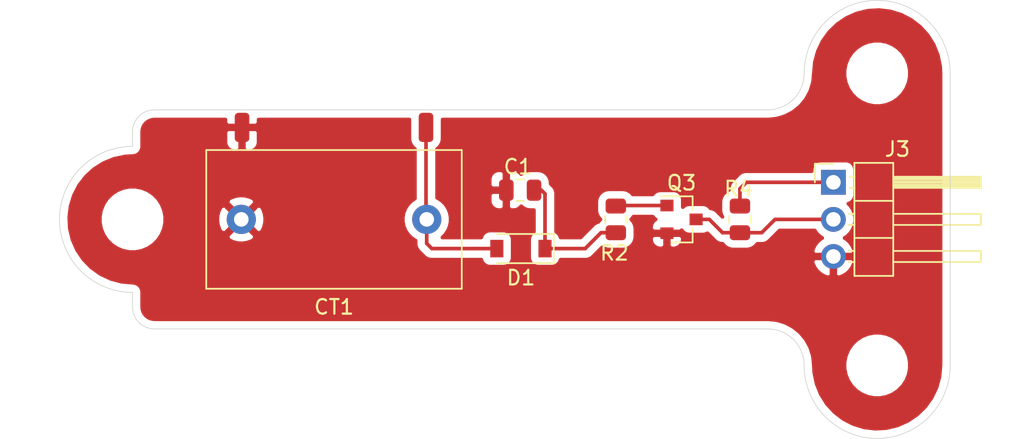
<source format=kicad_pcb>
(kicad_pcb (version 20171130) (host pcbnew 5.1.10-88a1d61d58~90~ubuntu21.04.1)

  (general
    (thickness 1.6)
    (drawings 13)
    (tracks 22)
    (zones 0)
    (modules 12)
    (nets 7)
  )

  (page A4)
  (layers
    (0 F.Cu signal)
    (31 B.Cu signal)
    (32 B.Adhes user)
    (33 F.Adhes user)
    (34 B.Paste user)
    (35 F.Paste user)
    (36 B.SilkS user)
    (37 F.SilkS user)
    (38 B.Mask user)
    (39 F.Mask user)
    (40 Dwgs.User user)
    (41 Cmts.User user)
    (42 Eco1.User user)
    (43 Eco2.User user)
    (44 Edge.Cuts user)
    (45 Margin user)
    (46 B.CrtYd user hide)
    (47 F.CrtYd user hide)
    (48 B.Fab user hide)
    (49 F.Fab user hide)
  )

  (setup
    (last_trace_width 0.25)
    (trace_clearance 0.2)
    (zone_clearance 0.508)
    (zone_45_only no)
    (trace_min 0.2)
    (via_size 0.8)
    (via_drill 0.4)
    (via_min_size 0.4)
    (via_min_drill 0.3)
    (uvia_size 0.3)
    (uvia_drill 0.1)
    (uvias_allowed no)
    (uvia_min_size 0.2)
    (uvia_min_drill 0.1)
    (edge_width 0.05)
    (segment_width 0.2)
    (pcb_text_width 0.3)
    (pcb_text_size 1.5 1.5)
    (mod_edge_width 0.12)
    (mod_text_size 1 1)
    (mod_text_width 0.15)
    (pad_size 1.524 1.524)
    (pad_drill 0.762)
    (pad_to_mask_clearance 0)
    (aux_axis_origin 0 0)
    (visible_elements FFFFFF7F)
    (pcbplotparams
      (layerselection 0x010fc_ffffffff)
      (usegerberextensions false)
      (usegerberattributes true)
      (usegerberadvancedattributes true)
      (creategerberjobfile true)
      (excludeedgelayer true)
      (linewidth 0.100000)
      (plotframeref false)
      (viasonmask false)
      (mode 1)
      (useauxorigin false)
      (hpglpennumber 1)
      (hpglpenspeed 20)
      (hpglpendiameter 15.000000)
      (psnegative false)
      (psa4output false)
      (plotreference true)
      (plotvalue true)
      (plotinvisibletext false)
      (padsonsilk false)
      (subtractmaskfromsilk false)
      (outputformat 1)
      (mirror false)
      (drillshape 0)
      (scaleselection 1)
      (outputdirectory "fab"))
  )

  (net 0 "")
  (net 1 "Net-(C1-Pad1)")
  (net 2 GND)
  (net 3 +5V)
  (net 4 "Net-(CT1-Pad2)")
  (net 5 /Free_Out)
  (net 6 "Net-(Q3-Pad1)")

  (net_class Default "This is the default net class."
    (clearance 0.2)
    (trace_width 0.25)
    (via_dia 0.8)
    (via_drill 0.4)
    (uvia_dia 0.3)
    (uvia_drill 0.1)
    (add_net +5V)
    (add_net /Free_Out)
    (add_net GND)
    (add_net "Net-(C1-Pad1)")
    (add_net "Net-(CT1-Pad2)")
    (add_net "Net-(Q3-Pad1)")
  )

  (net_class DCC ""
    (clearance 1)
    (trace_width 3)
    (via_dia 0.8)
    (via_drill 0.4)
    (uvia_dia 0.3)
    (uvia_drill 0.1)
  )

  (module Connector_Wire:SolderWirePad_1x01_SMD_1x2mm (layer F.Cu) (tedit 5DD6EB27) (tstamp 61044DD2)
    (at 74.1 43.7)
    (descr "Wire Pad, Square, SMD Pad,  5mm x 10mm,")
    (tags "MesurementPoint Square SMDPad 5mmx10mm ")
    (path /6105E0B7)
    (attr virtual)
    (fp_text reference J1 (at 0 -2.54) (layer F.SilkS) hide
      (effects (font (size 1 1) (thickness 0.15)))
    )
    (fp_text value Conn_01x01 (at 0 2.54) (layer F.Fab) hide
      (effects (font (size 1 1) (thickness 0.15)))
    )
    (fp_text user %R (at 0 0) (layer F.Fab)
      (effects (font (size 1 1) (thickness 0.15)))
    )
    (fp_line (start 0.63 -1.27) (end -0.63 -1.27) (layer F.CrtYd) (width 0.05))
    (fp_line (start 0.63 1.27) (end 0.63 -1.27) (layer F.CrtYd) (width 0.05))
    (fp_line (start -0.63 1.27) (end 0.63 1.27) (layer F.CrtYd) (width 0.05))
    (fp_line (start -0.63 -1.27) (end -0.63 1.27) (layer F.CrtYd) (width 0.05))
    (fp_line (start -0.63 -1.27) (end 0.63 -1.27) (layer F.Fab) (width 0.1))
    (fp_line (start 0.63 -1.27) (end 0.63 1.27) (layer F.Fab) (width 0.1))
    (fp_line (start 0.63 1.27) (end -0.63 1.27) (layer F.Fab) (width 0.1))
    (fp_line (start -0.63 1.27) (end -0.63 -1.27) (layer F.Fab) (width 0.1))
    (pad 1 smd roundrect (at 0 0) (size 1 2) (layers F.Cu F.Paste F.Mask) (roundrect_rratio 0.25)
      (net 4 "Net-(CT1-Pad2)"))
  )

  (module Connector_Wire:SolderWirePad_1x01_SMD_1x2mm (layer F.Cu) (tedit 5DD6EB27) (tstamp 61044A69)
    (at 61.5 43.7)
    (descr "Wire Pad, Square, SMD Pad,  5mm x 10mm,")
    (tags "MesurementPoint Square SMDPad 5mmx10mm ")
    (path /6105EA5E)
    (attr virtual)
    (fp_text reference J2 (at 0 -2.54) (layer F.SilkS) hide
      (effects (font (size 1 1) (thickness 0.15)))
    )
    (fp_text value Conn_01x01 (at 0 2.54) (layer F.Fab) hide
      (effects (font (size 1 1) (thickness 0.15)))
    )
    (fp_text user %R (at 0 0) (layer F.Fab)
      (effects (font (size 1 1) (thickness 0.15)))
    )
    (fp_line (start 0.63 -1.27) (end -0.63 -1.27) (layer F.CrtYd) (width 0.05))
    (fp_line (start 0.63 1.27) (end 0.63 -1.27) (layer F.CrtYd) (width 0.05))
    (fp_line (start -0.63 1.27) (end 0.63 1.27) (layer F.CrtYd) (width 0.05))
    (fp_line (start -0.63 -1.27) (end -0.63 1.27) (layer F.CrtYd) (width 0.05))
    (fp_line (start -0.63 -1.27) (end 0.63 -1.27) (layer F.Fab) (width 0.1))
    (fp_line (start 0.63 -1.27) (end 0.63 1.27) (layer F.Fab) (width 0.1))
    (fp_line (start 0.63 1.27) (end -0.63 1.27) (layer F.Fab) (width 0.1))
    (fp_line (start -0.63 1.27) (end -0.63 -1.27) (layer F.Fab) (width 0.1))
    (pad 1 smd roundrect (at 0 0) (size 1 2) (layers F.Cu F.Paste F.Mask) (roundrect_rratio 0.25)
      (net 2 GND))
  )

  (module Resistor_SMD:R_0805_2012Metric (layer F.Cu) (tedit 5F68FEEE) (tstamp 60DB893C)
    (at 95.6 50 270)
    (descr "Resistor SMD 0805 (2012 Metric), square (rectangular) end terminal, IPC_7351 nominal, (Body size source: IPC-SM-782 page 72, https://www.pcb-3d.com/wordpress/wp-content/uploads/ipc-sm-782a_amendment_1_and_2.pdf), generated with kicad-footprint-generator")
    (tags resistor)
    (path /60DF0EA0)
    (attr smd)
    (fp_text reference R4 (at -2.1 0.1 180) (layer F.SilkS)
      (effects (font (size 1 1) (thickness 0.15)))
    )
    (fp_text value 10K (at -2.5 -0.1 180) (layer F.Fab)
      (effects (font (size 1 1) (thickness 0.15)))
    )
    (fp_line (start 1.68 0.95) (end -1.68 0.95) (layer F.CrtYd) (width 0.05))
    (fp_line (start 1.68 -0.95) (end 1.68 0.95) (layer F.CrtYd) (width 0.05))
    (fp_line (start -1.68 -0.95) (end 1.68 -0.95) (layer F.CrtYd) (width 0.05))
    (fp_line (start -1.68 0.95) (end -1.68 -0.95) (layer F.CrtYd) (width 0.05))
    (fp_line (start -0.227064 0.735) (end 0.227064 0.735) (layer F.SilkS) (width 0.12))
    (fp_line (start -0.227064 -0.735) (end 0.227064 -0.735) (layer F.SilkS) (width 0.12))
    (fp_line (start 1 0.625) (end -1 0.625) (layer F.Fab) (width 0.1))
    (fp_line (start 1 -0.625) (end 1 0.625) (layer F.Fab) (width 0.1))
    (fp_line (start -1 -0.625) (end 1 -0.625) (layer F.Fab) (width 0.1))
    (fp_line (start -1 0.625) (end -1 -0.625) (layer F.Fab) (width 0.1))
    (fp_text user %R (at 0 0 90) (layer F.Fab)
      (effects (font (size 0.5 0.5) (thickness 0.08)))
    )
    (pad 2 smd roundrect (at 0.9125 0 270) (size 1.025 1.4) (layers F.Cu F.Paste F.Mask) (roundrect_rratio 0.2439004878048781)
      (net 5 /Free_Out))
    (pad 1 smd roundrect (at -0.9125 0 270) (size 1.025 1.4) (layers F.Cu F.Paste F.Mask) (roundrect_rratio 0.2439004878048781)
      (net 3 +5V))
    (model ${KISYS3DMOD}/Resistor_SMD.3dshapes/R_0805_2012Metric.wrl
      (at (xyz 0 0 0))
      (scale (xyz 1 1 1))
      (rotate (xyz 0 0 0))
    )
  )

  (module Connector_PinHeader_2.54mm:PinHeader_1x03_P2.54mm_Horizontal (layer F.Cu) (tedit 59FED5CB) (tstamp 60DB83C2)
    (at 102 47.46)
    (descr "Through hole angled pin header, 1x03, 2.54mm pitch, 6mm pin length, single row")
    (tags "Through hole angled pin header THT 1x03 2.54mm single row")
    (path /60DF87A1)
    (fp_text reference J3 (at 4.385 -2.27) (layer F.SilkS)
      (effects (font (size 1 1) (thickness 0.15)))
    )
    (fp_text value Conn_01x03 (at 4.385 7.35) (layer F.Fab)
      (effects (font (size 1 1) (thickness 0.15)))
    )
    (fp_text user %R (at 2.77 2.54 90) (layer F.Fab)
      (effects (font (size 1 1) (thickness 0.15)))
    )
    (fp_line (start 2.135 -1.27) (end 4.04 -1.27) (layer F.Fab) (width 0.1))
    (fp_line (start 4.04 -1.27) (end 4.04 6.35) (layer F.Fab) (width 0.1))
    (fp_line (start 4.04 6.35) (end 1.5 6.35) (layer F.Fab) (width 0.1))
    (fp_line (start 1.5 6.35) (end 1.5 -0.635) (layer F.Fab) (width 0.1))
    (fp_line (start 1.5 -0.635) (end 2.135 -1.27) (layer F.Fab) (width 0.1))
    (fp_line (start -0.32 -0.32) (end 1.5 -0.32) (layer F.Fab) (width 0.1))
    (fp_line (start -0.32 -0.32) (end -0.32 0.32) (layer F.Fab) (width 0.1))
    (fp_line (start -0.32 0.32) (end 1.5 0.32) (layer F.Fab) (width 0.1))
    (fp_line (start 4.04 -0.32) (end 10.04 -0.32) (layer F.Fab) (width 0.1))
    (fp_line (start 10.04 -0.32) (end 10.04 0.32) (layer F.Fab) (width 0.1))
    (fp_line (start 4.04 0.32) (end 10.04 0.32) (layer F.Fab) (width 0.1))
    (fp_line (start -0.32 2.22) (end 1.5 2.22) (layer F.Fab) (width 0.1))
    (fp_line (start -0.32 2.22) (end -0.32 2.86) (layer F.Fab) (width 0.1))
    (fp_line (start -0.32 2.86) (end 1.5 2.86) (layer F.Fab) (width 0.1))
    (fp_line (start 4.04 2.22) (end 10.04 2.22) (layer F.Fab) (width 0.1))
    (fp_line (start 10.04 2.22) (end 10.04 2.86) (layer F.Fab) (width 0.1))
    (fp_line (start 4.04 2.86) (end 10.04 2.86) (layer F.Fab) (width 0.1))
    (fp_line (start -0.32 4.76) (end 1.5 4.76) (layer F.Fab) (width 0.1))
    (fp_line (start -0.32 4.76) (end -0.32 5.4) (layer F.Fab) (width 0.1))
    (fp_line (start -0.32 5.4) (end 1.5 5.4) (layer F.Fab) (width 0.1))
    (fp_line (start 4.04 4.76) (end 10.04 4.76) (layer F.Fab) (width 0.1))
    (fp_line (start 10.04 4.76) (end 10.04 5.4) (layer F.Fab) (width 0.1))
    (fp_line (start 4.04 5.4) (end 10.04 5.4) (layer F.Fab) (width 0.1))
    (fp_line (start 1.44 -1.33) (end 1.44 6.41) (layer F.SilkS) (width 0.12))
    (fp_line (start 1.44 6.41) (end 4.1 6.41) (layer F.SilkS) (width 0.12))
    (fp_line (start 4.1 6.41) (end 4.1 -1.33) (layer F.SilkS) (width 0.12))
    (fp_line (start 4.1 -1.33) (end 1.44 -1.33) (layer F.SilkS) (width 0.12))
    (fp_line (start 4.1 -0.38) (end 10.1 -0.38) (layer F.SilkS) (width 0.12))
    (fp_line (start 10.1 -0.38) (end 10.1 0.38) (layer F.SilkS) (width 0.12))
    (fp_line (start 10.1 0.38) (end 4.1 0.38) (layer F.SilkS) (width 0.12))
    (fp_line (start 4.1 -0.32) (end 10.1 -0.32) (layer F.SilkS) (width 0.12))
    (fp_line (start 4.1 -0.2) (end 10.1 -0.2) (layer F.SilkS) (width 0.12))
    (fp_line (start 4.1 -0.08) (end 10.1 -0.08) (layer F.SilkS) (width 0.12))
    (fp_line (start 4.1 0.04) (end 10.1 0.04) (layer F.SilkS) (width 0.12))
    (fp_line (start 4.1 0.16) (end 10.1 0.16) (layer F.SilkS) (width 0.12))
    (fp_line (start 4.1 0.28) (end 10.1 0.28) (layer F.SilkS) (width 0.12))
    (fp_line (start 1.11 -0.38) (end 1.44 -0.38) (layer F.SilkS) (width 0.12))
    (fp_line (start 1.11 0.38) (end 1.44 0.38) (layer F.SilkS) (width 0.12))
    (fp_line (start 1.44 1.27) (end 4.1 1.27) (layer F.SilkS) (width 0.12))
    (fp_line (start 4.1 2.16) (end 10.1 2.16) (layer F.SilkS) (width 0.12))
    (fp_line (start 10.1 2.16) (end 10.1 2.92) (layer F.SilkS) (width 0.12))
    (fp_line (start 10.1 2.92) (end 4.1 2.92) (layer F.SilkS) (width 0.12))
    (fp_line (start 1.042929 2.16) (end 1.44 2.16) (layer F.SilkS) (width 0.12))
    (fp_line (start 1.042929 2.92) (end 1.44 2.92) (layer F.SilkS) (width 0.12))
    (fp_line (start 1.44 3.81) (end 4.1 3.81) (layer F.SilkS) (width 0.12))
    (fp_line (start 4.1 4.7) (end 10.1 4.7) (layer F.SilkS) (width 0.12))
    (fp_line (start 10.1 4.7) (end 10.1 5.46) (layer F.SilkS) (width 0.12))
    (fp_line (start 10.1 5.46) (end 4.1 5.46) (layer F.SilkS) (width 0.12))
    (fp_line (start 1.042929 4.7) (end 1.44 4.7) (layer F.SilkS) (width 0.12))
    (fp_line (start 1.042929 5.46) (end 1.44 5.46) (layer F.SilkS) (width 0.12))
    (fp_line (start -1.27 0) (end -1.27 -1.27) (layer F.SilkS) (width 0.12))
    (fp_line (start -1.27 -1.27) (end 0 -1.27) (layer F.SilkS) (width 0.12))
    (fp_line (start -1.8 -1.8) (end -1.8 6.85) (layer F.CrtYd) (width 0.05))
    (fp_line (start -1.8 6.85) (end 10.55 6.85) (layer F.CrtYd) (width 0.05))
    (fp_line (start 10.55 6.85) (end 10.55 -1.8) (layer F.CrtYd) (width 0.05))
    (fp_line (start 10.55 -1.8) (end -1.8 -1.8) (layer F.CrtYd) (width 0.05))
    (pad 3 thru_hole oval (at 0 5.08) (size 1.7 1.7) (drill 1) (layers *.Cu *.Mask)
      (net 2 GND))
    (pad 2 thru_hole oval (at 0 2.54) (size 1.7 1.7) (drill 1) (layers *.Cu *.Mask)
      (net 5 /Free_Out))
    (pad 1 thru_hole rect (at 0 0) (size 1.7 1.7) (drill 1) (layers *.Cu *.Mask)
      (net 3 +5V))
    (model ${KISYS3DMOD}/Connector_PinHeader_2.54mm.3dshapes/PinHeader_1x03_P2.54mm_Horizontal.wrl
      (at (xyz 0 0 0))
      (scale (xyz 1 1 1))
      (rotate (xyz 0 0 0))
    )
  )

  (module Detector_SMD_AD:Murata5600 (layer F.Cu) (tedit 6103E2BA) (tstamp 61043FB9)
    (at 67.8 50)
    (path /610513C3)
    (fp_text reference CT1 (at 0 6) (layer F.SilkS)
      (effects (font (size 1 1) (thickness 0.15)))
    )
    (fp_text value 56050C (at 0 0) (layer F.Fab)
      (effects (font (size 1 1) (thickness 0.15)))
    )
    (fp_line (start -8.5 -4.5) (end 8.5 -4.5) (layer F.CrtYd) (width 0.12))
    (fp_line (start 8.5 -4.5) (end 8.5 4.5) (layer F.CrtYd) (width 0.12))
    (fp_line (start 8.5 4.5) (end -8.5 4.5) (layer F.CrtYd) (width 0.12))
    (fp_line (start -8.5 4.5) (end -8.5 -4.5) (layer F.CrtYd) (width 0.12))
    (fp_line (start -8 -4) (end 8 -4) (layer F.Fab) (width 0.12))
    (fp_line (start 8 -4) (end 8 4) (layer F.Fab) (width 0.12))
    (fp_line (start 8 4) (end -8 4) (layer F.Fab) (width 0.12))
    (fp_line (start -8 4) (end -8 -4) (layer F.Fab) (width 0.12))
    (fp_line (start -8.75 -4.75) (end 8.75 -4.75) (layer F.SilkS) (width 0.12))
    (fp_line (start 8.75 -4.75) (end 8.75 4.75) (layer F.SilkS) (width 0.12))
    (fp_line (start 8.75 4.75) (end -8.75 4.75) (layer F.SilkS) (width 0.12))
    (fp_line (start -8.75 4.75) (end -8.75 -4.75) (layer F.SilkS) (width 0.12))
    (pad 2 thru_hole circle (at 6.35 0) (size 2 2) (drill 1) (layers *.Cu *.Mask)
      (net 4 "Net-(CT1-Pad2)"))
    (pad 1 thru_hole circle (at -6.35 0) (size 2 2) (drill 1) (layers *.Cu *.Mask)
      (net 2 GND))
  )

  (module MountingHole:MountingHole_3.2mm_M3 (layer F.Cu) (tedit 56D1B4CB) (tstamp 60DBA5C3)
    (at 105 60)
    (descr "Mounting Hole 3.2mm, no annular, M3")
    (tags "mounting hole 3.2mm no annular m3")
    (path /60E27852)
    (attr virtual)
    (fp_text reference H3 (at 0 -4.2) (layer F.SilkS) hide
      (effects (font (size 1 1) (thickness 0.15)))
    )
    (fp_text value MountingHole (at 0 4.2) (layer F.Fab) hide
      (effects (font (size 1 1) (thickness 0.15)))
    )
    (fp_circle (center 0 0) (end 3.45 0) (layer F.CrtYd) (width 0.05))
    (fp_circle (center 0 0) (end 3.2 0) (layer Cmts.User) (width 0.15))
    (fp_text user %R (at 0.3 0) (layer F.Fab)
      (effects (font (size 1 1) (thickness 0.15)))
    )
    (pad 1 np_thru_hole circle (at 0 0) (size 3.2 3.2) (drill 3.2) (layers *.Cu *.Mask))
  )

  (module MountingHole:MountingHole_3.2mm_M3 (layer F.Cu) (tedit 56D1B4CB) (tstamp 60DBA5BB)
    (at 105 40)
    (descr "Mounting Hole 3.2mm, no annular, M3")
    (tags "mounting hole 3.2mm no annular m3")
    (path /60E276C9)
    (attr virtual)
    (fp_text reference H2 (at 0 -4.2) (layer F.SilkS) hide
      (effects (font (size 1 1) (thickness 0.15)))
    )
    (fp_text value MountingHole (at 0 4.2) (layer F.Fab) hide
      (effects (font (size 1 1) (thickness 0.15)))
    )
    (fp_circle (center 0 0) (end 3.45 0) (layer F.CrtYd) (width 0.05))
    (fp_circle (center 0 0) (end 3.2 0) (layer Cmts.User) (width 0.15))
    (fp_text user %R (at 0.3 0) (layer F.Fab)
      (effects (font (size 1 1) (thickness 0.15)))
    )
    (pad 1 np_thru_hole circle (at 0 0) (size 3.2 3.2) (drill 3.2) (layers *.Cu *.Mask))
  )

  (module MountingHole:MountingHole_3.2mm_M3 (layer F.Cu) (tedit 56D1B4CB) (tstamp 60DBA5B3)
    (at 54 50)
    (descr "Mounting Hole 3.2mm, no annular, M3")
    (tags "mounting hole 3.2mm no annular m3")
    (path /60E26E42)
    (attr virtual)
    (fp_text reference H1 (at 0 -4.2) (layer F.SilkS) hide
      (effects (font (size 1 1) (thickness 0.15)))
    )
    (fp_text value MountingHole (at 0 4.2 90) (layer F.Fab) hide
      (effects (font (size 1 1) (thickness 0.15)))
    )
    (fp_circle (center 0 0) (end 3.45 0) (layer F.CrtYd) (width 0.05))
    (fp_circle (center 0 0) (end 3.2 0) (layer Cmts.User) (width 0.15))
    (fp_text user %R (at 0.3 0) (layer F.Fab)
      (effects (font (size 1 1) (thickness 0.15)))
    )
    (pad 1 np_thru_hole circle (at 0 0) (size 3.2 3.2) (drill 3.2) (layers *.Cu *.Mask))
  )

  (module Resistor_SMD:R_0805_2012Metric (layer F.Cu) (tedit 5F68FEEE) (tstamp 60DB8423)
    (at 87.1 50 270)
    (descr "Resistor SMD 0805 (2012 Metric), square (rectangular) end terminal, IPC_7351 nominal, (Body size source: IPC-SM-782 page 72, https://www.pcb-3d.com/wordpress/wp-content/uploads/ipc-sm-782a_amendment_1_and_2.pdf), generated with kicad-footprint-generator")
    (tags resistor)
    (path /60DC7465)
    (attr smd)
    (fp_text reference R2 (at 2.3 0.1 180) (layer F.SilkS)
      (effects (font (size 1 1) (thickness 0.15)))
    )
    (fp_text value 1K (at 2.3 0.1 180) (layer F.Fab)
      (effects (font (size 1 1) (thickness 0.15)))
    )
    (fp_line (start 1.68 0.95) (end -1.68 0.95) (layer F.CrtYd) (width 0.05))
    (fp_line (start 1.68 -0.95) (end 1.68 0.95) (layer F.CrtYd) (width 0.05))
    (fp_line (start -1.68 -0.95) (end 1.68 -0.95) (layer F.CrtYd) (width 0.05))
    (fp_line (start -1.68 0.95) (end -1.68 -0.95) (layer F.CrtYd) (width 0.05))
    (fp_line (start -0.227064 0.735) (end 0.227064 0.735) (layer F.SilkS) (width 0.12))
    (fp_line (start -0.227064 -0.735) (end 0.227064 -0.735) (layer F.SilkS) (width 0.12))
    (fp_line (start 1 0.625) (end -1 0.625) (layer F.Fab) (width 0.1))
    (fp_line (start 1 -0.625) (end 1 0.625) (layer F.Fab) (width 0.1))
    (fp_line (start -1 -0.625) (end 1 -0.625) (layer F.Fab) (width 0.1))
    (fp_line (start -1 0.625) (end -1 -0.625) (layer F.Fab) (width 0.1))
    (fp_text user %R (at 0 0 90) (layer F.Fab)
      (effects (font (size 0.5 0.5) (thickness 0.08)))
    )
    (pad 2 smd roundrect (at 0.9125 0 270) (size 1.025 1.4) (layers F.Cu F.Paste F.Mask) (roundrect_rratio 0.2439004878048781)
      (net 1 "Net-(C1-Pad1)"))
    (pad 1 smd roundrect (at -0.9125 0 270) (size 1.025 1.4) (layers F.Cu F.Paste F.Mask) (roundrect_rratio 0.2439004878048781)
      (net 6 "Net-(Q3-Pad1)"))
    (model ${KISYS3DMOD}/Resistor_SMD.3dshapes/R_0805_2012Metric.wrl
      (at (xyz 0 0 0))
      (scale (xyz 1 1 1))
      (rotate (xyz 0 0 0))
    )
  )

  (module Package_TO_SOT_SMD:SOT-23 (layer F.Cu) (tedit 5A02FF57) (tstamp 60DB8401)
    (at 91.6 50)
    (descr "SOT-23, Standard")
    (tags SOT-23)
    (path /60DC9FB4)
    (attr smd)
    (fp_text reference Q3 (at 0 -2.5) (layer F.SilkS)
      (effects (font (size 1 1) (thickness 0.15)))
    )
    (fp_text value BC849 (at 0.1 -2.5) (layer F.Fab)
      (effects (font (size 1 1) (thickness 0.15)))
    )
    (fp_line (start 0.76 1.58) (end -0.7 1.58) (layer F.SilkS) (width 0.12))
    (fp_line (start 0.76 -1.58) (end -1.4 -1.58) (layer F.SilkS) (width 0.12))
    (fp_line (start -1.7 1.75) (end -1.7 -1.75) (layer F.CrtYd) (width 0.05))
    (fp_line (start 1.7 1.75) (end -1.7 1.75) (layer F.CrtYd) (width 0.05))
    (fp_line (start 1.7 -1.75) (end 1.7 1.75) (layer F.CrtYd) (width 0.05))
    (fp_line (start -1.7 -1.75) (end 1.7 -1.75) (layer F.CrtYd) (width 0.05))
    (fp_line (start 0.76 -1.58) (end 0.76 -0.65) (layer F.SilkS) (width 0.12))
    (fp_line (start 0.76 1.58) (end 0.76 0.65) (layer F.SilkS) (width 0.12))
    (fp_line (start -0.7 1.52) (end 0.7 1.52) (layer F.Fab) (width 0.1))
    (fp_line (start 0.7 -1.52) (end 0.7 1.52) (layer F.Fab) (width 0.1))
    (fp_line (start -0.7 -0.95) (end -0.15 -1.52) (layer F.Fab) (width 0.1))
    (fp_line (start -0.15 -1.52) (end 0.7 -1.52) (layer F.Fab) (width 0.1))
    (fp_line (start -0.7 -0.95) (end -0.7 1.5) (layer F.Fab) (width 0.1))
    (fp_text user %R (at 0 0 90) (layer F.Fab)
      (effects (font (size 0.5 0.5) (thickness 0.075)))
    )
    (pad 3 smd rect (at 1 0) (size 0.9 0.8) (layers F.Cu F.Paste F.Mask)
      (net 5 /Free_Out))
    (pad 2 smd rect (at -1 0.95) (size 0.9 0.8) (layers F.Cu F.Paste F.Mask)
      (net 2 GND))
    (pad 1 smd rect (at -1 -0.95) (size 0.9 0.8) (layers F.Cu F.Paste F.Mask)
      (net 6 "Net-(Q3-Pad1)"))
    (model ${KISYS3DMOD}/Package_TO_SOT_SMD.3dshapes/SOT-23.wrl
      (at (xyz 0 0 0))
      (scale (xyz 1 1 1))
      (rotate (xyz 0 0 0))
    )
  )

  (module Diode_SMD:D_SOD-123 (layer F.Cu) (tedit 58645DC7) (tstamp 60DB7991)
    (at 80.6 52 180)
    (descr SOD-123)
    (tags SOD-123)
    (path /60DBDC3F)
    (attr smd)
    (fp_text reference D1 (at 0 -2) (layer F.SilkS)
      (effects (font (size 1 1) (thickness 0.15)))
    )
    (fp_text value 1N4148W (at -0.4 -3.5) (layer F.Fab)
      (effects (font (size 1 1) (thickness 0.15)))
    )
    (fp_line (start -2.25 -1) (end 1.65 -1) (layer F.SilkS) (width 0.12))
    (fp_line (start -2.25 1) (end 1.65 1) (layer F.SilkS) (width 0.12))
    (fp_line (start -2.35 -1.15) (end -2.35 1.15) (layer F.CrtYd) (width 0.05))
    (fp_line (start 2.35 1.15) (end -2.35 1.15) (layer F.CrtYd) (width 0.05))
    (fp_line (start 2.35 -1.15) (end 2.35 1.15) (layer F.CrtYd) (width 0.05))
    (fp_line (start -2.35 -1.15) (end 2.35 -1.15) (layer F.CrtYd) (width 0.05))
    (fp_line (start -1.4 -0.9) (end 1.4 -0.9) (layer F.Fab) (width 0.1))
    (fp_line (start 1.4 -0.9) (end 1.4 0.9) (layer F.Fab) (width 0.1))
    (fp_line (start 1.4 0.9) (end -1.4 0.9) (layer F.Fab) (width 0.1))
    (fp_line (start -1.4 0.9) (end -1.4 -0.9) (layer F.Fab) (width 0.1))
    (fp_line (start -0.75 0) (end -0.35 0) (layer F.Fab) (width 0.1))
    (fp_line (start -0.35 0) (end -0.35 -0.55) (layer F.Fab) (width 0.1))
    (fp_line (start -0.35 0) (end -0.35 0.55) (layer F.Fab) (width 0.1))
    (fp_line (start -0.35 0) (end 0.25 -0.4) (layer F.Fab) (width 0.1))
    (fp_line (start 0.25 -0.4) (end 0.25 0.4) (layer F.Fab) (width 0.1))
    (fp_line (start 0.25 0.4) (end -0.35 0) (layer F.Fab) (width 0.1))
    (fp_line (start 0.25 0) (end 0.75 0) (layer F.Fab) (width 0.1))
    (fp_line (start -2.25 -1) (end -2.25 1) (layer F.SilkS) (width 0.12))
    (fp_text user %R (at 0 -2) (layer F.Fab)
      (effects (font (size 1 1) (thickness 0.15)))
    )
    (pad 2 smd rect (at 1.65 0 180) (size 0.9 1.2) (layers F.Cu F.Paste F.Mask)
      (net 4 "Net-(CT1-Pad2)"))
    (pad 1 smd rect (at -1.65 0 180) (size 0.9 1.2) (layers F.Cu F.Paste F.Mask)
      (net 1 "Net-(C1-Pad1)"))
    (model ${KISYS3DMOD}/Diode_SMD.3dshapes/D_SOD-123.wrl
      (at (xyz 0 0 0))
      (scale (xyz 1 1 1))
      (rotate (xyz 0 0 0))
    )
  )

  (module Capacitor_SMD:C_0805_2012Metric (layer F.Cu) (tedit 5F68FEEE) (tstamp 60DB8D57)
    (at 80.55 48 180)
    (descr "Capacitor SMD 0805 (2012 Metric), square (rectangular) end terminal, IPC_7351 nominal, (Body size source: IPC-SM-782 page 76, https://www.pcb-3d.com/wordpress/wp-content/uploads/ipc-sm-782a_amendment_1_and_2.pdf, https://docs.google.com/spreadsheets/d/1BsfQQcO9C6DZCsRaXUlFlo91Tg2WpOkGARC1WS5S8t0/edit?usp=sharing), generated with kicad-footprint-generator")
    (tags capacitor)
    (path /60DBE407)
    (attr smd)
    (fp_text reference C1 (at 0.15 1.6) (layer F.SilkS)
      (effects (font (size 1 1) (thickness 0.15)))
    )
    (fp_text value 0.1u (at 0 1.68) (layer F.Fab)
      (effects (font (size 1 1) (thickness 0.15)))
    )
    (fp_line (start 1.7 0.98) (end -1.7 0.98) (layer F.CrtYd) (width 0.05))
    (fp_line (start 1.7 -0.98) (end 1.7 0.98) (layer F.CrtYd) (width 0.05))
    (fp_line (start -1.7 -0.98) (end 1.7 -0.98) (layer F.CrtYd) (width 0.05))
    (fp_line (start -1.7 0.98) (end -1.7 -0.98) (layer F.CrtYd) (width 0.05))
    (fp_line (start -0.261252 0.735) (end 0.261252 0.735) (layer F.SilkS) (width 0.12))
    (fp_line (start -0.261252 -0.735) (end 0.261252 -0.735) (layer F.SilkS) (width 0.12))
    (fp_line (start 1 0.625) (end -1 0.625) (layer F.Fab) (width 0.1))
    (fp_line (start 1 -0.625) (end 1 0.625) (layer F.Fab) (width 0.1))
    (fp_line (start -1 -0.625) (end 1 -0.625) (layer F.Fab) (width 0.1))
    (fp_line (start -1 0.625) (end -1 -0.625) (layer F.Fab) (width 0.1))
    (fp_text user %R (at 0 0) (layer F.Fab)
      (effects (font (size 0.5 0.5) (thickness 0.08)))
    )
    (pad 2 smd roundrect (at 0.95 0 180) (size 1 1.45) (layers F.Cu F.Paste F.Mask) (roundrect_rratio 0.25)
      (net 2 GND))
    (pad 1 smd roundrect (at -0.95 0 180) (size 1 1.45) (layers F.Cu F.Paste F.Mask) (roundrect_rratio 0.25)
      (net 1 "Net-(C1-Pad1)"))
    (model ${KISYS3DMOD}/Capacitor_SMD.3dshapes/C_0805_2012Metric.wrl
      (at (xyz 0 0 0))
      (scale (xyz 1 1 1))
      (rotate (xyz 0 0 0))
    )
  )

  (gr_arc (start 55.5 56) (end 54 56) (angle -90) (layer Edge.Cuts) (width 0.05))
  (gr_arc (start 55.5 44) (end 55.5 42.5) (angle -90) (layer Edge.Cuts) (width 0.05))
  (gr_arc (start 97.5 40) (end 97.5 42.5) (angle -90) (layer Edge.Cuts) (width 0.05))
  (gr_arc (start 97.5 60) (end 100 60) (angle -90) (layer Edge.Cuts) (width 0.05))
  (gr_arc (start 105 60) (end 100 60) (angle -180) (layer Edge.Cuts) (width 0.05))
  (gr_arc (start 105 40) (end 110 40) (angle -180) (layer Edge.Cuts) (width 0.05))
  (gr_arc (start 54 50) (end 54 45) (angle -180) (layer Edge.Cuts) (width 0.05))
  (gr_line (start 54 45) (end 54 44) (layer Edge.Cuts) (width 0.05) (tstamp 60DBA861))
  (gr_line (start 115 50) (end 45 50) (layer Cmts.User) (width 0.15) (tstamp 60DB8E55))
  (gr_line (start 97.5 42.5) (end 55.5 42.5) (layer Edge.Cuts) (width 0.05))
  (gr_line (start 110 60) (end 110 40) (layer Edge.Cuts) (width 0.05))
  (gr_line (start 55.5 57.5) (end 97.5 57.5) (layer Edge.Cuts) (width 0.05))
  (gr_line (start 54 55) (end 54 56) (layer Edge.Cuts) (width 0.05))

  (segment (start 87.1 50.9125) (end 86.0875 50.9125) (width 0.25) (layer F.Cu) (net 1))
  (segment (start 85 52) (end 82.25 52) (width 0.25) (layer F.Cu) (net 1))
  (segment (start 86.0875 50.9125) (end 85 52) (width 0.25) (layer F.Cu) (net 1))
  (segment (start 81.5 48) (end 82 48) (width 0.25) (layer F.Cu) (net 1))
  (segment (start 82.25 48.25) (end 82.25 52) (width 0.25) (layer F.Cu) (net 1))
  (segment (start 82 48) (end 82.25 48.25) (width 0.25) (layer F.Cu) (net 1))
  (segment (start 102 47.46) (end 96.04 47.46) (width 0.25) (layer F.Cu) (net 3))
  (segment (start 95.6 47.9) (end 95.6 49.0875) (width 0.25) (layer F.Cu) (net 3))
  (segment (start 96.04 47.46) (end 95.6 47.9) (width 0.25) (layer F.Cu) (net 3))
  (segment (start 74.15 50) (end 74.15 51.65) (width 0.25) (layer F.Cu) (net 4))
  (segment (start 74.5 52) (end 78.95 52) (width 0.25) (layer F.Cu) (net 4))
  (segment (start 74.15 51.65) (end 74.5 52) (width 0.25) (layer F.Cu) (net 4))
  (segment (start 74.1 49.95) (end 74.15 50) (width 0.25) (layer F.Cu) (net 4))
  (segment (start 74.1 43.7) (end 74.1 49.95) (width 0.25) (layer F.Cu) (net 4))
  (segment (start 94.4125 50.9125) (end 95.6 50.9125) (width 0.25) (layer F.Cu) (net 5))
  (segment (start 93.5 50) (end 94.4125 50.9125) (width 0.25) (layer F.Cu) (net 5))
  (segment (start 92.6 50) (end 93.5 50) (width 0.25) (layer F.Cu) (net 5))
  (segment (start 95.6 50.9125) (end 97.0875 50.9125) (width 0.25) (layer F.Cu) (net 5))
  (segment (start 98 50) (end 102 50) (width 0.25) (layer F.Cu) (net 5))
  (segment (start 97.0875 50.9125) (end 98 50) (width 0.25) (layer F.Cu) (net 5))
  (segment (start 87.1375 49.05) (end 87.1 49.0875) (width 0.25) (layer F.Cu) (net 6))
  (segment (start 90.6 49.05) (end 87.1375 49.05) (width 0.25) (layer F.Cu) (net 6))

  (zone (net 2) (net_name GND) (layer F.Cu) (tstamp 0) (hatch edge 0.508)
    (connect_pads (clearance 0.508))
    (min_thickness 0.254)
    (fill yes (arc_segments 32) (thermal_gap 0.508) (thermal_bridge_width 0.508))
    (polygon
      (pts
        (xy 110 65) (xy 49 65) (xy 49 35) (xy 110 35)
      )
    )
    (filled_polygon
      (pts
        (xy 105.901795 35.757406) (xy 106.638838 35.98415) (xy 107.324083 36.337832) (xy 107.935866 36.80727) (xy 108.45485 37.377624)
        (xy 108.864632 38.030874) (xy 109.152255 38.746359) (xy 109.310748 39.511691) (xy 109.340001 40.019037) (xy 109.34 59.970608)
        (xy 109.268827 60.768083) (xy 109.065344 61.51189) (xy 108.733363 62.207904) (xy 108.283374 62.83413) (xy 107.729597 63.370777)
        (xy 107.089549 63.800871) (xy 106.383447 64.110829) (xy 105.63362 64.290847) (xy 104.863758 64.335236) (xy 104.09821 64.242594)
        (xy 103.361163 64.01585) (xy 102.675919 63.66217) (xy 102.064131 63.192728) (xy 101.545151 62.622376) (xy 101.135368 61.969126)
        (xy 100.847745 61.253639) (xy 100.689252 60.488309) (xy 100.658906 59.962008) (xy 100.657037 59.949351) (xy 100.657223 59.92273)
        (xy 100.656323 59.913558) (xy 100.642273 59.779872) (xy 102.765 59.779872) (xy 102.765 60.220128) (xy 102.85089 60.651925)
        (xy 103.019369 61.058669) (xy 103.263962 61.424729) (xy 103.575271 61.736038) (xy 103.941331 61.980631) (xy 104.348075 62.14911)
        (xy 104.779872 62.235) (xy 105.220128 62.235) (xy 105.651925 62.14911) (xy 106.058669 61.980631) (xy 106.424729 61.736038)
        (xy 106.736038 61.424729) (xy 106.980631 61.058669) (xy 107.14911 60.651925) (xy 107.235 60.220128) (xy 107.235 59.779872)
        (xy 107.14911 59.348075) (xy 106.980631 58.941331) (xy 106.736038 58.575271) (xy 106.424729 58.263962) (xy 106.058669 58.019369)
        (xy 105.651925 57.85089) (xy 105.220128 57.765) (xy 104.779872 57.765) (xy 104.348075 57.85089) (xy 103.941331 58.019369)
        (xy 103.575271 58.263962) (xy 103.263962 58.575271) (xy 103.019369 58.941331) (xy 102.85089 59.348075) (xy 102.765 59.779872)
        (xy 100.642273 59.779872) (xy 100.605322 59.428316) (xy 100.593302 59.36976) (xy 100.582086 59.310959) (xy 100.579422 59.302138)
        (xy 100.435142 58.836044) (xy 100.411954 58.780881) (xy 100.389552 58.725435) (xy 100.385226 58.717299) (xy 100.153162 58.288106)
        (xy 100.119729 58.238539) (xy 100.086958 58.18846) (xy 100.081134 58.181319) (xy 99.770125 57.805374) (xy 99.727708 57.763252)
        (xy 99.685826 57.720483) (xy 99.678725 57.71461) (xy 99.300618 57.406233) (xy 99.250809 57.373141) (xy 99.201437 57.339334)
        (xy 99.193331 57.334952) (xy 98.762527 57.10589) (xy 98.707233 57.083099) (xy 98.65224 57.059529) (xy 98.643437 57.056804)
        (xy 98.176347 56.915781) (xy 98.117653 56.904159) (xy 98.059156 56.891725) (xy 98.049991 56.890762) (xy 97.564405 56.84315)
        (xy 97.564402 56.84315) (xy 97.532419 56.84) (xy 55.532277 56.84) (xy 55.33746 56.820898) (xy 55.181105 56.773692)
        (xy 55.036904 56.697018) (xy 54.910336 56.593792) (xy 54.806232 56.467951) (xy 54.728553 56.324289) (xy 54.680258 56.168271)
        (xy 54.66 55.975527) (xy 54.66 54.967581) (xy 54.65045 54.870617) (xy 54.61271 54.746207) (xy 54.551425 54.63155)
        (xy 54.468948 54.531052) (xy 54.368449 54.448575) (xy 54.253792 54.38729) (xy 54.129382 54.34955) (xy 54 54.336807)
        (xy 53.996965 54.337106) (xy 53.231917 54.268827) (xy 52.48811 54.065344) (xy 51.792096 53.733363) (xy 51.16587 53.283374)
        (xy 50.629223 52.729597) (xy 50.199129 52.089549) (xy 49.889171 51.383447) (xy 49.709153 50.63362) (xy 49.664764 49.863759)
        (xy 49.674915 49.779872) (xy 51.765 49.779872) (xy 51.765 50.220128) (xy 51.85089 50.651925) (xy 52.019369 51.058669)
        (xy 52.263962 51.424729) (xy 52.575271 51.736038) (xy 52.941331 51.980631) (xy 53.348075 52.14911) (xy 53.779872 52.235)
        (xy 54.220128 52.235) (xy 54.651925 52.14911) (xy 55.058669 51.980631) (xy 55.424729 51.736038) (xy 55.736038 51.424729)
        (xy 55.929352 51.135413) (xy 60.494192 51.135413) (xy 60.589956 51.399814) (xy 60.879571 51.540704) (xy 61.191108 51.622384)
        (xy 61.512595 51.641718) (xy 61.831675 51.597961) (xy 62.136088 51.492795) (xy 62.310044 51.399814) (xy 62.405808 51.135413)
        (xy 61.45 50.179605) (xy 60.494192 51.135413) (xy 55.929352 51.135413) (xy 55.980631 51.058669) (xy 56.14911 50.651925)
        (xy 56.235 50.220128) (xy 56.235 50.062595) (xy 59.808282 50.062595) (xy 59.852039 50.381675) (xy 59.957205 50.686088)
        (xy 60.050186 50.860044) (xy 60.314587 50.955808) (xy 61.270395 50) (xy 61.629605 50) (xy 62.585413 50.955808)
        (xy 62.849814 50.860044) (xy 62.990704 50.570429) (xy 63.072384 50.258892) (xy 63.091718 49.937405) (xy 63.047961 49.618325)
        (xy 62.942795 49.313912) (xy 62.849814 49.139956) (xy 62.585413 49.044192) (xy 61.629605 50) (xy 61.270395 50)
        (xy 60.314587 49.044192) (xy 60.050186 49.139956) (xy 59.909296 49.429571) (xy 59.827616 49.741108) (xy 59.808282 50.062595)
        (xy 56.235 50.062595) (xy 56.235 49.779872) (xy 56.14911 49.348075) (xy 55.980631 48.941331) (xy 55.929353 48.864587)
        (xy 60.494192 48.864587) (xy 61.45 49.820395) (xy 62.405808 48.864587) (xy 62.310044 48.600186) (xy 62.020429 48.459296)
        (xy 61.708892 48.377616) (xy 61.387405 48.358282) (xy 61.068325 48.402039) (xy 60.763912 48.507205) (xy 60.589956 48.600186)
        (xy 60.494192 48.864587) (xy 55.929353 48.864587) (xy 55.736038 48.575271) (xy 55.424729 48.263962) (xy 55.058669 48.019369)
        (xy 54.651925 47.85089) (xy 54.220128 47.765) (xy 53.779872 47.765) (xy 53.348075 47.85089) (xy 52.941331 48.019369)
        (xy 52.575271 48.263962) (xy 52.263962 48.575271) (xy 52.019369 48.941331) (xy 51.85089 49.348075) (xy 51.765 49.779872)
        (xy 49.674915 49.779872) (xy 49.757406 49.098205) (xy 49.98415 48.361162) (xy 50.337832 47.675917) (xy 50.80727 47.064134)
        (xy 51.377624 46.54515) (xy 52.030874 46.135368) (xy 52.746359 45.847745) (xy 53.511691 45.689252) (xy 53.986575 45.661871)
        (xy 54 45.663193) (xy 54.129382 45.65045) (xy 54.253792 45.61271) (xy 54.368449 45.551425) (xy 54.468948 45.468948)
        (xy 54.551425 45.36845) (xy 54.61271 45.253793) (xy 54.65045 45.129383) (xy 54.66 45.032419) (xy 54.66 44.7)
        (xy 60.361928 44.7) (xy 60.374188 44.824482) (xy 60.410498 44.94418) (xy 60.469463 45.054494) (xy 60.548815 45.151185)
        (xy 60.645506 45.230537) (xy 60.75582 45.289502) (xy 60.875518 45.325812) (xy 61 45.338072) (xy 61.21425 45.335)
        (xy 61.373 45.17625) (xy 61.373 43.827) (xy 61.627 43.827) (xy 61.627 45.17625) (xy 61.78575 45.335)
        (xy 62 45.338072) (xy 62.124482 45.325812) (xy 62.24418 45.289502) (xy 62.354494 45.230537) (xy 62.451185 45.151185)
        (xy 62.530537 45.054494) (xy 62.589502 44.94418) (xy 62.625812 44.824482) (xy 62.638072 44.7) (xy 62.635 43.98575)
        (xy 62.47625 43.827) (xy 61.627 43.827) (xy 61.373 43.827) (xy 60.52375 43.827) (xy 60.365 43.98575)
        (xy 60.361928 44.7) (xy 54.66 44.7) (xy 54.66 44.032277) (xy 54.679102 43.83746) (xy 54.726308 43.681106)
        (xy 54.802982 43.536904) (xy 54.906207 43.410337) (xy 55.032051 43.306231) (xy 55.175711 43.228553) (xy 55.331729 43.180258)
        (xy 55.524473 43.16) (xy 60.363906 43.16) (xy 60.365 43.41425) (xy 60.52375 43.573) (xy 61.373 43.573)
        (xy 61.373 43.553) (xy 61.627 43.553) (xy 61.627 43.573) (xy 62.47625 43.573) (xy 62.635 43.41425)
        (xy 62.636094 43.16) (xy 72.961928 43.16) (xy 72.961928 44.45) (xy 72.978992 44.623254) (xy 73.029528 44.78985)
        (xy 73.111595 44.943386) (xy 73.222038 45.077962) (xy 73.34 45.174771) (xy 73.340001 48.574827) (xy 73.107748 48.730013)
        (xy 72.880013 48.957748) (xy 72.701082 49.225537) (xy 72.577832 49.523088) (xy 72.515 49.838967) (xy 72.515 50.161033)
        (xy 72.577832 50.476912) (xy 72.701082 50.774463) (xy 72.880013 51.042252) (xy 73.107748 51.269987) (xy 73.375537 51.448918)
        (xy 73.390001 51.454909) (xy 73.390001 51.612668) (xy 73.386324 51.65) (xy 73.390001 51.687333) (xy 73.398447 51.77308)
        (xy 73.400998 51.798985) (xy 73.444454 51.942246) (xy 73.515026 52.074276) (xy 73.586201 52.161002) (xy 73.61 52.190001)
        (xy 73.638998 52.213799) (xy 73.936196 52.510997) (xy 73.959999 52.540001) (xy 74.075724 52.634974) (xy 74.207753 52.705546)
        (xy 74.351014 52.749003) (xy 74.462667 52.76) (xy 74.462675 52.76) (xy 74.5 52.763676) (xy 74.537325 52.76)
        (xy 77.884962 52.76) (xy 77.910498 52.84418) (xy 77.969463 52.954494) (xy 78.048815 53.051185) (xy 78.145506 53.130537)
        (xy 78.25582 53.189502) (xy 78.375518 53.225812) (xy 78.5 53.238072) (xy 79.4 53.238072) (xy 79.524482 53.225812)
        (xy 79.64418 53.189502) (xy 79.754494 53.130537) (xy 79.851185 53.051185) (xy 79.930537 52.954494) (xy 79.989502 52.84418)
        (xy 80.025812 52.724482) (xy 80.038072 52.6) (xy 80.038072 51.4) (xy 80.025812 51.275518) (xy 79.989502 51.15582)
        (xy 79.930537 51.045506) (xy 79.851185 50.948815) (xy 79.754494 50.869463) (xy 79.64418 50.810498) (xy 79.524482 50.774188)
        (xy 79.4 50.761928) (xy 78.5 50.761928) (xy 78.375518 50.774188) (xy 78.25582 50.810498) (xy 78.145506 50.869463)
        (xy 78.048815 50.948815) (xy 77.969463 51.045506) (xy 77.910498 51.15582) (xy 77.884962 51.24) (xy 75.222239 51.24)
        (xy 75.419987 51.042252) (xy 75.598918 50.774463) (xy 75.722168 50.476912) (xy 75.785 50.161033) (xy 75.785 49.838967)
        (xy 75.722168 49.523088) (xy 75.598918 49.225537) (xy 75.419987 48.957748) (xy 75.192252 48.730013) (xy 75.18475 48.725)
        (xy 78.461928 48.725) (xy 78.474188 48.849482) (xy 78.510498 48.96918) (xy 78.569463 49.079494) (xy 78.648815 49.176185)
        (xy 78.745506 49.255537) (xy 78.85582 49.314502) (xy 78.975518 49.350812) (xy 79.1 49.363072) (xy 79.31425 49.36)
        (xy 79.473 49.20125) (xy 79.473 48.127) (xy 78.62375 48.127) (xy 78.465 48.28575) (xy 78.461928 48.725)
        (xy 75.18475 48.725) (xy 74.924463 48.551082) (xy 74.86 48.52438) (xy 74.86 47.275) (xy 78.461928 47.275)
        (xy 78.465 47.71425) (xy 78.62375 47.873) (xy 79.473 47.873) (xy 79.473 46.79875) (xy 79.727 46.79875)
        (xy 79.727 47.873) (xy 79.747 47.873) (xy 79.747 48.127) (xy 79.727 48.127) (xy 79.727 49.20125)
        (xy 79.88575 49.36) (xy 80.1 49.363072) (xy 80.224482 49.350812) (xy 80.34418 49.314502) (xy 80.454494 49.255537)
        (xy 80.551185 49.176185) (xy 80.616658 49.096406) (xy 80.622038 49.102962) (xy 80.756614 49.213405) (xy 80.91015 49.295472)
        (xy 81.076746 49.346008) (xy 81.25 49.363072) (xy 81.49 49.363072) (xy 81.490001 50.84568) (xy 81.445506 50.869463)
        (xy 81.348815 50.948815) (xy 81.269463 51.045506) (xy 81.210498 51.15582) (xy 81.174188 51.275518) (xy 81.161928 51.4)
        (xy 81.161928 52.6) (xy 81.174188 52.724482) (xy 81.210498 52.84418) (xy 81.269463 52.954494) (xy 81.348815 53.051185)
        (xy 81.445506 53.130537) (xy 81.55582 53.189502) (xy 81.675518 53.225812) (xy 81.8 53.238072) (xy 82.7 53.238072)
        (xy 82.824482 53.225812) (xy 82.94418 53.189502) (xy 83.054494 53.130537) (xy 83.151185 53.051185) (xy 83.230537 52.954494)
        (xy 83.261327 52.89689) (xy 100.558524 52.89689) (xy 100.603175 53.044099) (xy 100.728359 53.30692) (xy 100.902412 53.540269)
        (xy 101.118645 53.735178) (xy 101.368748 53.884157) (xy 101.643109 53.981481) (xy 101.873 53.860814) (xy 101.873 52.667)
        (xy 102.127 52.667) (xy 102.127 53.860814) (xy 102.356891 53.981481) (xy 102.631252 53.884157) (xy 102.881355 53.735178)
        (xy 103.097588 53.540269) (xy 103.271641 53.30692) (xy 103.396825 53.044099) (xy 103.441476 52.89689) (xy 103.320155 52.667)
        (xy 102.127 52.667) (xy 101.873 52.667) (xy 100.679845 52.667) (xy 100.558524 52.89689) (xy 83.261327 52.89689)
        (xy 83.289502 52.84418) (xy 83.315038 52.76) (xy 84.962678 52.76) (xy 85 52.763676) (xy 85.037322 52.76)
        (xy 85.037333 52.76) (xy 85.148986 52.749003) (xy 85.292247 52.705546) (xy 85.424276 52.634974) (xy 85.540001 52.540001)
        (xy 85.563804 52.510998) (xy 86.15973 51.915071) (xy 86.310148 51.995472) (xy 86.476744 52.046008) (xy 86.649998 52.063072)
        (xy 87.550002 52.063072) (xy 87.723256 52.046008) (xy 87.889852 51.995472) (xy 88.043387 51.913405) (xy 88.177962 51.802962)
        (xy 88.288405 51.668387) (xy 88.370472 51.514852) (xy 88.420478 51.35) (xy 89.511928 51.35) (xy 89.524188 51.474482)
        (xy 89.560498 51.59418) (xy 89.619463 51.704494) (xy 89.698815 51.801185) (xy 89.795506 51.880537) (xy 89.90582 51.939502)
        (xy 90.025518 51.975812) (xy 90.15 51.988072) (xy 90.31425 51.985) (xy 90.473 51.82625) (xy 90.473 51.077)
        (xy 90.727 51.077) (xy 90.727 51.82625) (xy 90.88575 51.985) (xy 91.05 51.988072) (xy 91.174482 51.975812)
        (xy 91.29418 51.939502) (xy 91.404494 51.880537) (xy 91.501185 51.801185) (xy 91.580537 51.704494) (xy 91.639502 51.59418)
        (xy 91.675812 51.474482) (xy 91.688072 51.35) (xy 91.685 51.23575) (xy 91.52625 51.077) (xy 90.727 51.077)
        (xy 90.473 51.077) (xy 89.67375 51.077) (xy 89.515 51.23575) (xy 89.511928 51.35) (xy 88.420478 51.35)
        (xy 88.421008 51.348256) (xy 88.438072 51.175002) (xy 88.438072 50.649998) (xy 88.421008 50.476744) (xy 88.370472 50.310148)
        (xy 88.288405 50.156613) (xy 88.177962 50.022038) (xy 88.151109 50) (xy 88.177962 49.977962) (xy 88.288405 49.843387)
        (xy 88.306251 49.81) (xy 89.623982 49.81) (xy 89.698815 49.901185) (xy 89.795506 49.980537) (xy 89.831918 50)
        (xy 89.795506 50.019463) (xy 89.698815 50.098815) (xy 89.619463 50.195506) (xy 89.560498 50.30582) (xy 89.524188 50.425518)
        (xy 89.511928 50.55) (xy 89.515 50.66425) (xy 89.67375 50.823) (xy 90.473 50.823) (xy 90.473 50.803)
        (xy 90.727 50.803) (xy 90.727 50.823) (xy 91.52625 50.823) (xy 91.610857 50.738393) (xy 91.619463 50.754494)
        (xy 91.698815 50.851185) (xy 91.795506 50.930537) (xy 91.90582 50.989502) (xy 92.025518 51.025812) (xy 92.15 51.038072)
        (xy 93.05 51.038072) (xy 93.174482 51.025812) (xy 93.29418 50.989502) (xy 93.37272 50.947521) (xy 93.848701 51.423503)
        (xy 93.872499 51.452501) (xy 93.901497 51.476299) (xy 93.988223 51.547474) (xy 94.082677 51.597961) (xy 94.120253 51.618046)
        (xy 94.263514 51.661503) (xy 94.375167 51.6725) (xy 94.375177 51.6725) (xy 94.4125 51.676176) (xy 94.417577 51.675676)
        (xy 94.522038 51.802962) (xy 94.656613 51.913405) (xy 94.810148 51.995472) (xy 94.976744 52.046008) (xy 95.149998 52.063072)
        (xy 96.050002 52.063072) (xy 96.223256 52.046008) (xy 96.389852 51.995472) (xy 96.543387 51.913405) (xy 96.677962 51.802962)
        (xy 96.78503 51.6725) (xy 97.050178 51.6725) (xy 97.0875 51.676176) (xy 97.124822 51.6725) (xy 97.124833 51.6725)
        (xy 97.236486 51.661503) (xy 97.379747 51.618046) (xy 97.511776 51.547474) (xy 97.627501 51.452501) (xy 97.651303 51.423498)
        (xy 98.314802 50.76) (xy 100.721822 50.76) (xy 100.846525 50.946632) (xy 101.053368 51.153475) (xy 101.235534 51.275195)
        (xy 101.118645 51.344822) (xy 100.902412 51.539731) (xy 100.728359 51.77308) (xy 100.603175 52.035901) (xy 100.558524 52.18311)
        (xy 100.679845 52.413) (xy 101.873 52.413) (xy 101.873 52.393) (xy 102.127 52.393) (xy 102.127 52.413)
        (xy 103.320155 52.413) (xy 103.441476 52.18311) (xy 103.396825 52.035901) (xy 103.271641 51.77308) (xy 103.097588 51.539731)
        (xy 102.881355 51.344822) (xy 102.764466 51.275195) (xy 102.946632 51.153475) (xy 103.153475 50.946632) (xy 103.31599 50.703411)
        (xy 103.427932 50.433158) (xy 103.485 50.14626) (xy 103.485 49.85374) (xy 103.427932 49.566842) (xy 103.31599 49.296589)
        (xy 103.153475 49.053368) (xy 103.02162 48.921513) (xy 103.09418 48.899502) (xy 103.204494 48.840537) (xy 103.301185 48.761185)
        (xy 103.380537 48.664494) (xy 103.439502 48.55418) (xy 103.475812 48.434482) (xy 103.488072 48.31) (xy 103.488072 46.61)
        (xy 103.475812 46.485518) (xy 103.439502 46.36582) (xy 103.380537 46.255506) (xy 103.301185 46.158815) (xy 103.204494 46.079463)
        (xy 103.09418 46.020498) (xy 102.974482 45.984188) (xy 102.85 45.971928) (xy 101.15 45.971928) (xy 101.025518 45.984188)
        (xy 100.90582 46.020498) (xy 100.795506 46.079463) (xy 100.698815 46.158815) (xy 100.619463 46.255506) (xy 100.560498 46.36582)
        (xy 100.524188 46.485518) (xy 100.511928 46.61) (xy 100.511928 46.7) (xy 96.077323 46.7) (xy 96.04 46.696324)
        (xy 96.002677 46.7) (xy 96.002667 46.7) (xy 95.891014 46.710997) (xy 95.747753 46.754454) (xy 95.615723 46.825026)
        (xy 95.573146 46.859969) (xy 95.499999 46.919999) (xy 95.476196 46.949003) (xy 95.089003 47.336196) (xy 95.059999 47.359999)
        (xy 95.004871 47.427174) (xy 94.965026 47.475724) (xy 94.928289 47.544454) (xy 94.894454 47.607754) (xy 94.850997 47.751015)
        (xy 94.84 47.862668) (xy 94.84 47.862678) (xy 94.836324 47.9) (xy 94.84 47.937323) (xy 94.84 47.995473)
        (xy 94.810148 48.004528) (xy 94.656613 48.086595) (xy 94.522038 48.197038) (xy 94.411595 48.331613) (xy 94.329528 48.485148)
        (xy 94.278992 48.651744) (xy 94.261928 48.824998) (xy 94.261928 49.350002) (xy 94.278992 49.523256) (xy 94.329528 49.689852)
        (xy 94.404024 49.829222) (xy 94.063803 49.489002) (xy 94.040001 49.459999) (xy 93.924276 49.365026) (xy 93.792247 49.294454)
        (xy 93.648986 49.250997) (xy 93.57942 49.244145) (xy 93.501185 49.148815) (xy 93.404494 49.069463) (xy 93.29418 49.010498)
        (xy 93.174482 48.974188) (xy 93.05 48.961928) (xy 92.15 48.961928) (xy 92.025518 48.974188) (xy 91.90582 49.010498)
        (xy 91.795506 49.069463) (xy 91.698815 49.148815) (xy 91.688072 49.161905) (xy 91.688072 48.65) (xy 91.675812 48.525518)
        (xy 91.639502 48.40582) (xy 91.580537 48.295506) (xy 91.501185 48.198815) (xy 91.404494 48.119463) (xy 91.29418 48.060498)
        (xy 91.174482 48.024188) (xy 91.05 48.011928) (xy 90.15 48.011928) (xy 90.025518 48.024188) (xy 89.90582 48.060498)
        (xy 89.795506 48.119463) (xy 89.698815 48.198815) (xy 89.623982 48.29) (xy 88.254254 48.29) (xy 88.177962 48.197038)
        (xy 88.043387 48.086595) (xy 87.889852 48.004528) (xy 87.723256 47.953992) (xy 87.550002 47.936928) (xy 86.649998 47.936928)
        (xy 86.476744 47.953992) (xy 86.310148 48.004528) (xy 86.156613 48.086595) (xy 86.022038 48.197038) (xy 85.911595 48.331613)
        (xy 85.829528 48.485148) (xy 85.778992 48.651744) (xy 85.761928 48.824998) (xy 85.761928 49.350002) (xy 85.778992 49.523256)
        (xy 85.829528 49.689852) (xy 85.911595 49.843387) (xy 86.022038 49.977962) (xy 86.048891 50) (xy 86.022038 50.022038)
        (xy 85.911595 50.156613) (xy 85.901994 50.174575) (xy 85.795253 50.206954) (xy 85.663224 50.277526) (xy 85.547499 50.372499)
        (xy 85.523701 50.401497) (xy 84.685199 51.24) (xy 83.315038 51.24) (xy 83.289502 51.15582) (xy 83.230537 51.045506)
        (xy 83.151185 50.948815) (xy 83.054494 50.869463) (xy 83.01 50.84568) (xy 83.01 48.287322) (xy 83.013676 48.249999)
        (xy 83.01 48.212676) (xy 83.01 48.212667) (xy 82.999003 48.101014) (xy 82.955546 47.957753) (xy 82.884974 47.825724)
        (xy 82.790001 47.709999) (xy 82.761003 47.686201) (xy 82.638072 47.563271) (xy 82.638072 47.525) (xy 82.621008 47.351746)
        (xy 82.570472 47.18515) (xy 82.488405 47.031614) (xy 82.377962 46.897038) (xy 82.243386 46.786595) (xy 82.08985 46.704528)
        (xy 81.923254 46.653992) (xy 81.75 46.636928) (xy 81.25 46.636928) (xy 81.076746 46.653992) (xy 80.91015 46.704528)
        (xy 80.756614 46.786595) (xy 80.622038 46.897038) (xy 80.616658 46.903594) (xy 80.551185 46.823815) (xy 80.454494 46.744463)
        (xy 80.34418 46.685498) (xy 80.224482 46.649188) (xy 80.1 46.636928) (xy 79.88575 46.64) (xy 79.727 46.79875)
        (xy 79.473 46.79875) (xy 79.31425 46.64) (xy 79.1 46.636928) (xy 78.975518 46.649188) (xy 78.85582 46.685498)
        (xy 78.745506 46.744463) (xy 78.648815 46.823815) (xy 78.569463 46.920506) (xy 78.510498 47.03082) (xy 78.474188 47.150518)
        (xy 78.461928 47.275) (xy 74.86 47.275) (xy 74.86 45.17477) (xy 74.977962 45.077962) (xy 75.088405 44.943386)
        (xy 75.170472 44.78985) (xy 75.221008 44.623254) (xy 75.238072 44.45) (xy 75.238072 43.16) (xy 97.532419 43.16)
        (xy 97.561718 43.157114) (xy 97.577271 43.157223) (xy 97.586442 43.156323) (xy 98.071684 43.105322) (xy 98.130247 43.093301)
        (xy 98.18904 43.082086) (xy 98.197862 43.079422) (xy 98.663956 42.935142) (xy 98.719086 42.911967) (xy 98.774565 42.889553)
        (xy 98.782701 42.885226) (xy 99.211894 42.653162) (xy 99.261461 42.619729) (xy 99.31154 42.586958) (xy 99.318681 42.581133)
        (xy 99.694627 42.270125) (xy 99.736767 42.227689) (xy 99.779517 42.185826) (xy 99.785391 42.178725) (xy 100.093767 41.800618)
        (xy 100.126859 41.750809) (xy 100.160666 41.701437) (xy 100.165047 41.693333) (xy 100.165051 41.693325) (xy 100.394111 41.262527)
        (xy 100.41691 41.207212) (xy 100.440471 41.15224) (xy 100.443196 41.143437) (xy 100.584219 40.676348) (xy 100.595845 40.617631)
        (xy 100.608275 40.559155) (xy 100.609238 40.549991) (xy 100.65685 40.064404) (xy 100.65685 40.062307) (xy 100.657387 40.05867)
        (xy 100.682269 39.779872) (xy 102.765 39.779872) (xy 102.765 40.220128) (xy 102.85089 40.651925) (xy 103.019369 41.058669)
        (xy 103.263962 41.424729) (xy 103.575271 41.736038) (xy 103.941331 41.980631) (xy 104.348075 42.14911) (xy 104.779872 42.235)
        (xy 105.220128 42.235) (xy 105.651925 42.14911) (xy 106.058669 41.980631) (xy 106.424729 41.736038) (xy 106.736038 41.424729)
        (xy 106.980631 41.058669) (xy 107.14911 40.651925) (xy 107.235 40.220128) (xy 107.235 39.779872) (xy 107.14911 39.348075)
        (xy 106.980631 38.941331) (xy 106.736038 38.575271) (xy 106.424729 38.263962) (xy 106.058669 38.019369) (xy 105.651925 37.85089)
        (xy 105.220128 37.765) (xy 104.779872 37.765) (xy 104.348075 37.85089) (xy 103.941331 38.019369) (xy 103.575271 38.263962)
        (xy 103.263962 38.575271) (xy 103.019369 38.941331) (xy 102.85089 39.348075) (xy 102.765 39.779872) (xy 100.682269 39.779872)
        (xy 100.731173 39.231917) (xy 100.934656 38.488109) (xy 101.266638 37.792095) (xy 101.716626 37.16587) (xy 102.270403 36.629223)
        (xy 102.910451 36.199129) (xy 103.616553 35.889171) (xy 104.36638 35.709153) (xy 105.136241 35.664764)
      )
    )
  )
)

</source>
